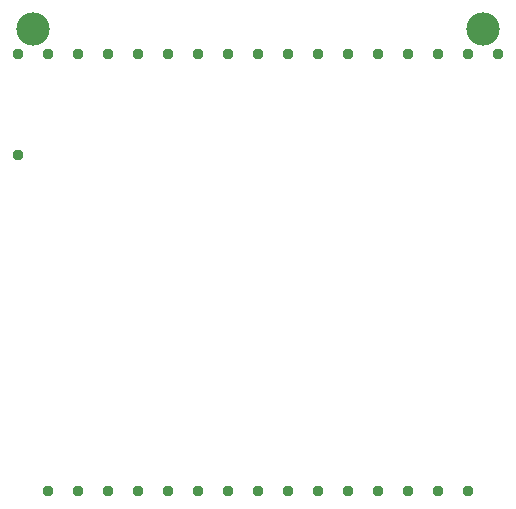
<source format=gbr>
G04 DesignSpark PCB Gerber Version 10.0 Build 5299*
%FSLAX35Y35*%
%MOIN*%
%ADD113C,0.03750*%
%ADD116C,0.11112*%
X0Y0D02*
D02*
D113*
X30250Y124000D03*
Y157750D03*
X40250Y12000D03*
Y157750D03*
X50250Y12000D03*
Y157750D03*
X60250Y12000D03*
Y157750D03*
X70250Y12000D03*
Y157750D03*
X80250Y12000D03*
Y157750D03*
X90250Y12000D03*
Y157750D03*
X100250Y12000D03*
Y157750D03*
X110250Y12000D03*
Y157750D03*
X120250Y12000D03*
Y157750D03*
X130250Y12000D03*
Y157750D03*
X140250Y12000D03*
Y157750D03*
X150250Y12000D03*
Y157750D03*
X160250Y12000D03*
Y157750D03*
X170250Y12000D03*
Y157750D03*
X180250Y12000D03*
Y157750D03*
X190250D03*
D02*
D116*
X35250Y166134D03*
X185250D03*
X0Y0D02*
M02*

</source>
